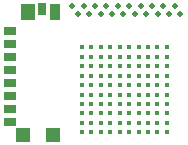
<source format=gbr>
G04 #@! TF.GenerationSoftware,KiCad,Pcbnew,(5.1.0)-1*
G04 #@! TF.CreationDate,2019-09-21T16:05:28-07:00*
G04 #@! TF.ProjectId,Miniscope-v4-wire-free,4d696e69-7363-46f7-9065-2d76342d7769,rev?*
G04 #@! TF.SameCoordinates,Original*
G04 #@! TF.FileFunction,Paste,Top*
G04 #@! TF.FilePolarity,Positive*
%FSLAX46Y46*%
G04 Gerber Fmt 4.6, Leading zero omitted, Abs format (unit mm)*
G04 Created by KiCad (PCBNEW (5.1.0)-1) date 2019-09-21 16:05:28*
%MOMM*%
%LPD*%
G04 APERTURE LIST*
%ADD10C,0.370000*%
%ADD11C,0.508000*%
%ADD12R,0.900000X1.400000*%
%ADD13R,0.700000X1.000000*%
%ADD14R,1.200000X1.450000*%
%ADD15R,1.000000X0.700000*%
%ADD16R,1.200000X1.150000*%
G04 APERTURE END LIST*
D10*
X107839400Y-89726400D03*
X108639400Y-89726400D03*
X109439400Y-89726400D03*
X110239400Y-89726400D03*
X111039400Y-89726400D03*
X111839400Y-89726400D03*
X112639400Y-89726400D03*
X113439400Y-89726400D03*
X114239400Y-89726400D03*
X115039400Y-89726400D03*
X107839400Y-90526400D03*
X108639400Y-90526400D03*
X109439400Y-90526400D03*
X110239400Y-90526400D03*
X111039400Y-90526400D03*
X111839400Y-90526400D03*
X112639400Y-90526400D03*
X113439400Y-90526400D03*
X114239400Y-90526400D03*
X115039400Y-90526400D03*
X107839400Y-91326400D03*
X108639400Y-91326400D03*
X109439400Y-91326400D03*
X110239400Y-91326400D03*
X111039400Y-91326400D03*
X111839400Y-91326400D03*
X112639400Y-91326400D03*
X113439400Y-91326400D03*
X114239400Y-91326400D03*
X115039400Y-91326400D03*
X107839400Y-92126400D03*
X108639400Y-92126400D03*
X109439400Y-92126400D03*
X110239400Y-92126400D03*
X111039400Y-92126400D03*
X111839400Y-92126400D03*
X112639400Y-92126400D03*
X113439400Y-92126400D03*
X114239400Y-92126400D03*
X115039400Y-92126400D03*
X107839400Y-92926400D03*
X108639400Y-92926400D03*
X109439400Y-92926400D03*
X110239400Y-92926400D03*
X111039400Y-92926400D03*
X111839400Y-92926400D03*
X112639400Y-92926400D03*
X113439400Y-92926400D03*
X114239400Y-92926400D03*
X115039400Y-92926400D03*
X107839400Y-93726400D03*
X108639400Y-93726400D03*
X109439400Y-93726400D03*
X110239400Y-93726400D03*
X111039400Y-93726400D03*
X111839400Y-93726400D03*
X112639400Y-93726400D03*
X113439400Y-93726400D03*
X114239400Y-93726400D03*
X115039400Y-93726400D03*
X107839400Y-94526400D03*
X108639400Y-94526400D03*
X109439400Y-94526400D03*
X110239400Y-94526400D03*
X111039400Y-94526400D03*
X111839400Y-94526400D03*
X112639400Y-94526400D03*
X113439400Y-94526400D03*
X114239400Y-94526400D03*
X115039400Y-94526400D03*
X107839400Y-95326400D03*
X108639400Y-95326400D03*
X109439400Y-95326400D03*
X110239400Y-95326400D03*
X111039400Y-95326400D03*
X111839400Y-95326400D03*
X112639400Y-95326400D03*
X113439400Y-95326400D03*
X114239400Y-95326400D03*
X115039400Y-95326400D03*
X107839400Y-96126400D03*
X108639400Y-96126400D03*
X109439400Y-96126400D03*
X110239400Y-96126400D03*
X111039400Y-96126400D03*
X111839400Y-96126400D03*
X112639400Y-96126400D03*
X113439400Y-96126400D03*
X114239400Y-96126400D03*
X115039400Y-96126400D03*
X107839400Y-96926400D03*
X108639400Y-96926400D03*
X109439400Y-96926400D03*
X110239400Y-96926400D03*
X111039400Y-96926400D03*
X111839400Y-96926400D03*
X112639400Y-96926400D03*
X113439400Y-96926400D03*
X114239400Y-96926400D03*
X115039400Y-96926400D03*
D11*
X116189190Y-86874800D03*
X115706591Y-86265200D03*
X115223991Y-86874800D03*
X114741392Y-86265200D03*
X114258792Y-86874800D03*
X113776193Y-86265200D03*
X113293593Y-86874800D03*
X112810994Y-86265200D03*
X112328394Y-86874800D03*
X111845795Y-86265200D03*
X111363195Y-86874800D03*
X110880596Y-86265200D03*
X110397996Y-86874800D03*
X109915397Y-86265200D03*
X109432797Y-86874800D03*
X108950198Y-86265200D03*
X108467598Y-86874800D03*
X107984999Y-86265200D03*
X107502399Y-86874800D03*
X107019800Y-86265200D03*
D12*
X105577400Y-86708800D03*
D13*
X104427400Y-86508800D03*
D14*
X103277400Y-86733800D03*
D15*
X101787400Y-88358800D03*
X101787400Y-89458800D03*
X101787400Y-94958800D03*
X101787400Y-93858800D03*
X101787400Y-90558800D03*
X101787400Y-91658800D03*
X101787400Y-92758800D03*
X101787400Y-96058800D03*
D16*
X102837400Y-97133800D03*
X105427400Y-97133800D03*
M02*

</source>
